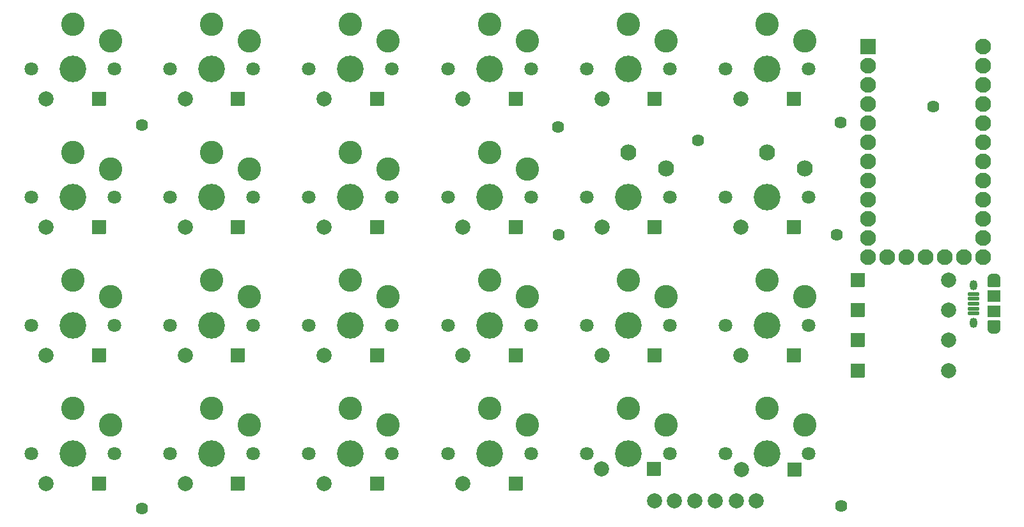
<source format=gbr>
%TF.GenerationSoftware,KiCad,Pcbnew,(6.0.4)*%
%TF.CreationDate,2024-05-03T15:52:29-07:00*%
%TF.ProjectId,left_ortholinear,6c656674-5f6f-4727-9468-6f6c696e6561,v1.0.0*%
%TF.SameCoordinates,Original*%
%TF.FileFunction,Soldermask,Top*%
%TF.FilePolarity,Negative*%
%FSLAX46Y46*%
G04 Gerber Fmt 4.6, Leading zero omitted, Abs format (unit mm)*
G04 Created by KiCad (PCBNEW (6.0.4)) date 2024-05-03 15:52:29*
%MOMM*%
%LPD*%
G01*
G04 APERTURE LIST*
G04 Aperture macros list*
%AMRoundRect*
0 Rectangle with rounded corners*
0 $1 Rounding radius*
0 $2 $3 $4 $5 $6 $7 $8 $9 X,Y pos of 4 corners*
0 Add a 4 corners polygon primitive as box body*
4,1,4,$2,$3,$4,$5,$6,$7,$8,$9,$2,$3,0*
0 Add four circle primitives for the rounded corners*
1,1,$1+$1,$2,$3*
1,1,$1+$1,$4,$5*
1,1,$1+$1,$6,$7*
1,1,$1+$1,$8,$9*
0 Add four rect primitives between the rounded corners*
20,1,$1+$1,$2,$3,$4,$5,0*
20,1,$1+$1,$4,$5,$6,$7,0*
20,1,$1+$1,$6,$7,$8,$9,0*
20,1,$1+$1,$8,$9,$2,$3,0*%
G04 Aperture macros list end*
%ADD10C,1.624000*%
%ADD11C,2.005000*%
%ADD12RoundRect,0.050000X0.889000X0.889000X-0.889000X0.889000X-0.889000X-0.889000X0.889000X-0.889000X0*%
%ADD13C,3.100000*%
%ADD14C,1.801800*%
%ADD15C,3.529000*%
%ADD16C,2.132000*%
%ADD17RoundRect,0.050000X-0.889000X-0.889000X0.889000X-0.889000X0.889000X0.889000X-0.889000X0.889000X0*%
%ADD18RoundRect,0.050000X-1.000000X-1.000000X1.000000X-1.000000X1.000000X1.000000X-1.000000X1.000000X0*%
%ADD19C,2.100000*%
%ADD20RoundRect,0.050000X0.675000X-0.200000X0.675000X0.200000X-0.675000X0.200000X-0.675000X-0.200000X0*%
%ADD21RoundRect,0.050000X0.775000X-0.750000X0.775000X0.750000X-0.775000X0.750000X-0.775000X-0.750000X0*%
%ADD22RoundRect,0.050000X0.775000X-0.600000X0.775000X0.600000X-0.775000X0.600000X-0.775000X-0.600000X0*%
%ADD23O,1.650000X0.990000*%
%ADD24O,1.050000X1.350000*%
G04 APERTURE END LIST*
D10*
%TO.C,*%
X247700000Y-113200000D03*
%TD*%
D11*
%TO.C,*%
X225700000Y-163400000D03*
%TD*%
%TO.C,D4*%
X142500000Y-110100000D03*
D12*
X149500000Y-110100000D03*
%TD*%
D11*
%TO.C,*%
X236500000Y-163400000D03*
%TD*%
%TO.C,D19*%
X216100000Y-127100000D03*
D12*
X223100000Y-127100000D03*
%TD*%
D13*
%TO.C,S20*%
X224600000Y-136350000D03*
D14*
X225100000Y-140100000D03*
X214100000Y-140100000D03*
D13*
X219600000Y-134150000D03*
D15*
X219600000Y-140100000D03*
%TD*%
D13*
%TO.C,S14*%
X182800000Y-100150000D03*
X187800000Y-102350000D03*
D14*
X188300000Y-106100000D03*
X177300000Y-106100000D03*
D15*
X182800000Y-106100000D03*
%TD*%
D14*
%TO.C,S2*%
X243500000Y-123100000D03*
X232500000Y-123100000D03*
D15*
X238000000Y-123100000D03*
D16*
X243000000Y-119300000D03*
X238000000Y-117200000D03*
%TD*%
D11*
%TO.C,D11*%
X179300000Y-127100000D03*
D12*
X186300000Y-127100000D03*
%TD*%
D11*
%TO.C,*%
X228400000Y-163400000D03*
%TD*%
%TO.C,D25*%
X262000000Y-134100000D03*
D17*
X250000000Y-134100000D03*
%TD*%
D11*
%TO.C,*%
X233900000Y-163400000D03*
%TD*%
%TO.C,D27*%
X262000000Y-142100000D03*
D17*
X250000000Y-142100000D03*
%TD*%
D11*
%TO.C,D9*%
X179300000Y-161100000D03*
D12*
X186300000Y-161100000D03*
%TD*%
D15*
%TO.C,S13*%
X182800000Y-123100000D03*
D14*
X177300000Y-123100000D03*
X188300000Y-123100000D03*
D13*
X187800000Y-119350000D03*
X182800000Y-117150000D03*
%TD*%
D14*
%TO.C,S19*%
X225100000Y-157100000D03*
D13*
X219600000Y-151150000D03*
D15*
X219600000Y-157100000D03*
D14*
X214100000Y-157100000D03*
D13*
X224600000Y-153350000D03*
%TD*%
D11*
%TO.C,D23*%
X234500000Y-127100000D03*
D12*
X241500000Y-127100000D03*
%TD*%
D10*
%TO.C,*%
X210300000Y-113800000D03*
%TD*%
%TO.C,*%
X247800000Y-164100000D03*
%TD*%
D13*
%TO.C,S15*%
X201200000Y-151150000D03*
D14*
X195700000Y-157100000D03*
X206700000Y-157100000D03*
D15*
X201200000Y-157100000D03*
D13*
X206200000Y-153350000D03*
%TD*%
D11*
%TO.C,D13*%
X197700000Y-161100000D03*
D12*
X204700000Y-161100000D03*
%TD*%
D10*
%TO.C,*%
X155200000Y-113500000D03*
%TD*%
D14*
%TO.C,S5*%
X140500000Y-123100000D03*
D13*
X146000000Y-117150000D03*
X151000000Y-119350000D03*
D15*
X146000000Y-123100000D03*
D14*
X151500000Y-123100000D03*
%TD*%
D13*
%TO.C,S17*%
X206200000Y-119350000D03*
D14*
X195700000Y-123100000D03*
D15*
X201200000Y-123100000D03*
D14*
X206700000Y-123100000D03*
D13*
X201200000Y-117150000D03*
%TD*%
D14*
%TO.C,S18*%
X195700000Y-106100000D03*
X206700000Y-106100000D03*
D13*
X206200000Y-102350000D03*
D15*
X201200000Y-106100000D03*
D13*
X201200000Y-100150000D03*
%TD*%
D14*
%TO.C,S22*%
X243500000Y-157100000D03*
D15*
X238000000Y-157100000D03*
D13*
X238000000Y-151150000D03*
X243000000Y-153350000D03*
D14*
X232500000Y-157100000D03*
%TD*%
D11*
%TO.C,D18*%
X216100000Y-144100000D03*
D12*
X223100000Y-144100000D03*
%TD*%
D11*
%TO.C,D7*%
X160900000Y-127100000D03*
D12*
X167900000Y-127100000D03*
%TD*%
D11*
%TO.C,D8*%
X160900000Y-110100000D03*
D12*
X167900000Y-110100000D03*
%TD*%
D13*
%TO.C,S4*%
X146000000Y-134150000D03*
D15*
X146000000Y-140100000D03*
D14*
X140500000Y-140100000D03*
D13*
X151000000Y-136350000D03*
D14*
X151500000Y-140100000D03*
%TD*%
%TO.C,S12*%
X188300000Y-140100000D03*
X177300000Y-140100000D03*
D13*
X187800000Y-136350000D03*
D15*
X182800000Y-140100000D03*
D13*
X182800000Y-134150000D03*
%TD*%
D11*
%TO.C,D2*%
X142500000Y-144100000D03*
D12*
X149500000Y-144100000D03*
%TD*%
D11*
%TO.C,D26*%
X262000000Y-138100000D03*
D17*
X250000000Y-138100000D03*
%TD*%
D18*
%TO.C,*%
X251380000Y-103130000D03*
D19*
X251380000Y-105670000D03*
X251380000Y-108210000D03*
X251380000Y-110750000D03*
X251380000Y-113290000D03*
X251380000Y-115830000D03*
X251380000Y-118370000D03*
X251380000Y-120910000D03*
X251380000Y-123450000D03*
X251380000Y-125990000D03*
X251380000Y-128530000D03*
X251380000Y-131070000D03*
X266620000Y-131070000D03*
X266620000Y-128530000D03*
X266620000Y-125990000D03*
X266620000Y-123450000D03*
X266620000Y-120910000D03*
X266620000Y-118370000D03*
X266620000Y-115830000D03*
X266620000Y-113290000D03*
X266620000Y-110750000D03*
X266620000Y-108210000D03*
X266620000Y-105670000D03*
X266620000Y-103130000D03*
X253920000Y-131070000D03*
X256460000Y-131070000D03*
X259000000Y-131070000D03*
X261540000Y-131070000D03*
X264080000Y-131070000D03*
%TD*%
D13*
%TO.C,S16*%
X206200000Y-136350000D03*
D14*
X195700000Y-140100000D03*
D15*
X201200000Y-140100000D03*
D13*
X201200000Y-134150000D03*
D14*
X206700000Y-140100000D03*
%TD*%
D10*
%TO.C,*%
X247200000Y-128100000D03*
%TD*%
D11*
%TO.C,D6*%
X160900000Y-144100000D03*
D12*
X167900000Y-144100000D03*
%TD*%
D11*
%TO.C,D5*%
X160900000Y-161100000D03*
D12*
X167900000Y-161100000D03*
%TD*%
D13*
%TO.C,S10*%
X164400000Y-100150000D03*
D15*
X164400000Y-106100000D03*
D13*
X169400000Y-102350000D03*
D14*
X158900000Y-106100000D03*
X169900000Y-106100000D03*
%TD*%
D11*
%TO.C,D1*%
X142500000Y-161100000D03*
D12*
X149500000Y-161100000D03*
%TD*%
D13*
%TO.C,S11*%
X187800000Y-153350000D03*
D14*
X177300000Y-157100000D03*
D13*
X182800000Y-151150000D03*
D14*
X188300000Y-157100000D03*
D15*
X182800000Y-157100000D03*
%TD*%
D11*
%TO.C,D21*%
X234600000Y-159300000D03*
D12*
X241600000Y-159300000D03*
%TD*%
D15*
%TO.C,S7*%
X164400000Y-157100000D03*
D14*
X169900000Y-157100000D03*
D13*
X169400000Y-153350000D03*
X164400000Y-151150000D03*
D14*
X158900000Y-157100000D03*
%TD*%
D11*
%TO.C,*%
X231100000Y-163400000D03*
%TD*%
D13*
%TO.C,S24*%
X238000000Y-100150000D03*
X243000000Y-102350000D03*
D14*
X232500000Y-106100000D03*
D15*
X238000000Y-106100000D03*
D14*
X243500000Y-106100000D03*
%TD*%
D10*
%TO.C,*%
X155200000Y-164400000D03*
%TD*%
D11*
%TO.C,D10*%
X179300000Y-144100000D03*
D12*
X186300000Y-144100000D03*
%TD*%
D11*
%TO.C,D24*%
X234500000Y-110100000D03*
D12*
X241500000Y-110100000D03*
%TD*%
D13*
%TO.C,S23*%
X238000000Y-134150000D03*
D15*
X238000000Y-140100000D03*
D13*
X243000000Y-136350000D03*
D14*
X243500000Y-140100000D03*
X232500000Y-140100000D03*
%TD*%
D11*
%TO.C,*%
X223100000Y-163400000D03*
%TD*%
D13*
%TO.C,S8*%
X169400000Y-136350000D03*
D14*
X169900000Y-140100000D03*
D13*
X164400000Y-134150000D03*
D15*
X164400000Y-140100000D03*
D14*
X158900000Y-140100000D03*
%TD*%
D13*
%TO.C,S9*%
X169400000Y-119350000D03*
D14*
X158900000Y-123100000D03*
D15*
X164400000Y-123100000D03*
D13*
X164400000Y-117150000D03*
D14*
X169900000Y-123100000D03*
%TD*%
D11*
%TO.C,D16*%
X197700000Y-110100000D03*
D12*
X204700000Y-110100000D03*
%TD*%
D14*
%TO.C,S1*%
X225100000Y-123100000D03*
D15*
X219600000Y-123100000D03*
D14*
X214100000Y-123100000D03*
D16*
X224600000Y-119300000D03*
X219600000Y-117200000D03*
%TD*%
D14*
%TO.C,S21*%
X214100000Y-106100000D03*
D13*
X219600000Y-100150000D03*
D14*
X225100000Y-106100000D03*
D13*
X224600000Y-102350000D03*
D15*
X219600000Y-106100000D03*
%TD*%
D10*
%TO.C,*%
X210400000Y-128100000D03*
%TD*%
D11*
%TO.C,D12*%
X179300000Y-110100000D03*
D12*
X186300000Y-110100000D03*
%TD*%
D11*
%TO.C,D3*%
X142500000Y-127100000D03*
D12*
X149500000Y-127100000D03*
%TD*%
D11*
%TO.C,D15*%
X197700000Y-127100000D03*
D12*
X204700000Y-127100000D03*
%TD*%
D11*
%TO.C,D28*%
X262000000Y-146100000D03*
D17*
X250000000Y-146100000D03*
%TD*%
D11*
%TO.C,D14*%
X197700000Y-144100000D03*
D12*
X204700000Y-144100000D03*
%TD*%
D10*
%TO.C,*%
X228800000Y-115600000D03*
%TD*%
D11*
%TO.C,D22*%
X234500000Y-144100000D03*
D12*
X241500000Y-144100000D03*
%TD*%
D20*
%TO.C,*%
X265300000Y-138550000D03*
X265300000Y-137900000D03*
X265300000Y-137250000D03*
X265300000Y-136600000D03*
X265300000Y-135950000D03*
D21*
X268000000Y-136250000D03*
X268000000Y-138250000D03*
D22*
X268000000Y-140150000D03*
X268000000Y-134350000D03*
D23*
X268000000Y-133750000D03*
X268000000Y-140750000D03*
D24*
X265300000Y-139750000D03*
X265300000Y-134750000D03*
%TD*%
D13*
%TO.C,S3*%
X146000000Y-151150000D03*
X151000000Y-153350000D03*
D15*
X146000000Y-157100000D03*
D14*
X151500000Y-157100000D03*
X140500000Y-157100000D03*
%TD*%
D11*
%TO.C,D17*%
X216000000Y-159200000D03*
D12*
X223000000Y-159200000D03*
%TD*%
D11*
%TO.C,D20*%
X216100000Y-110100000D03*
D12*
X223100000Y-110100000D03*
%TD*%
D10*
%TO.C,*%
X260000000Y-111100000D03*
%TD*%
D13*
%TO.C,S6*%
X151000000Y-102350000D03*
X146000000Y-100150000D03*
D15*
X146000000Y-106100000D03*
D14*
X151500000Y-106100000D03*
X140500000Y-106100000D03*
%TD*%
M02*

</source>
